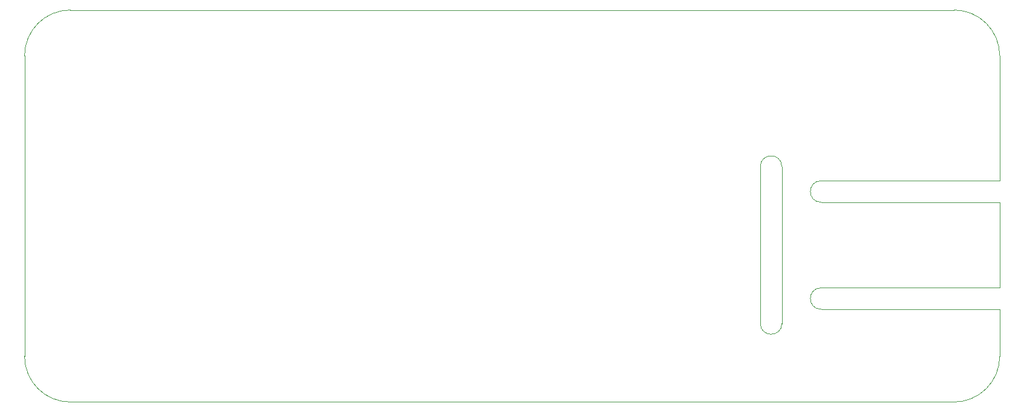
<source format=gbr>
G04 #@! TF.GenerationSoftware,KiCad,Pcbnew,(5.1.9-0-10_14)*
G04 #@! TF.CreationDate,2021-10-13T22:11:19-05:00*
G04 #@! TF.ProjectId,ClimateSprinklerController,436c696d-6174-4655-9370-72696e6b6c65,rev?*
G04 #@! TF.SameCoordinates,Original*
G04 #@! TF.FileFunction,Profile,NP*
%FSLAX46Y46*%
G04 Gerber Fmt 4.6, Leading zero omitted, Abs format (unit mm)*
G04 Created by KiCad (PCBNEW (5.1.9-0-10_14)) date 2021-10-13 22:11:19*
%MOMM*%
%LPD*%
G01*
G04 APERTURE LIST*
G04 #@! TA.AperFunction,Profile*
%ADD10C,0.050000*%
G04 #@! TD*
G04 APERTURE END LIST*
D10*
X88150000Y-62530000D02*
X211849999Y-62529999D01*
X218249999Y-111070001D02*
X218250000Y-104470000D01*
X193250000Y-101469999D02*
X218250000Y-101470000D01*
X218250000Y-89469999D02*
X193250000Y-89469999D01*
X218250000Y-101470000D02*
X218250000Y-89469999D01*
X218250000Y-104470000D02*
X193250000Y-104469999D01*
X193250000Y-86469999D02*
X218250000Y-86469999D01*
X81750000Y-68930000D02*
G75*
G02*
X88150000Y-62530000I6400000J0D01*
G01*
X81750000Y-111069999D02*
X81750000Y-68930000D01*
X88150000Y-117469999D02*
G75*
G02*
X81750000Y-111069999I0J6400000D01*
G01*
X211849999Y-117469999D02*
X88150000Y-117469999D01*
X218249999Y-111070001D02*
G75*
G02*
X211849999Y-117469999I-6399999J1D01*
G01*
X218250000Y-68930000D02*
X218250000Y-86469999D01*
X211849999Y-62529999D02*
G75*
G02*
X218250000Y-68930000I0J-6400001D01*
G01*
X193250000Y-89469999D02*
G75*
G02*
X193250000Y-86469999I0J1500000D01*
G01*
X193250000Y-104469999D02*
G75*
G02*
X193250000Y-101469999I0J1500000D01*
G01*
X187750000Y-106469999D02*
G75*
G02*
X184750000Y-106469999I-1500000J0D01*
G01*
X184750000Y-84469999D02*
G75*
G02*
X187750000Y-84469999I1500000J0D01*
G01*
X184750000Y-106469999D02*
X184750000Y-84469999D01*
X187750000Y-84469999D02*
X187750000Y-106469999D01*
M02*

</source>
